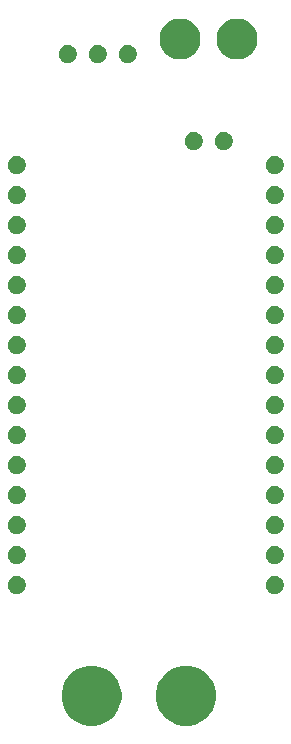
<source format=gbr>
G04 #@! TF.GenerationSoftware,KiCad,Pcbnew,(5.0.0)*
G04 #@! TF.CreationDate,2018-12-19T08:47:06-06:00*
G04 #@! TF.ProjectId,VoltageTransmitter_Hardware,566F6C746167655472616E736D697474,rev?*
G04 #@! TF.SameCoordinates,Original*
G04 #@! TF.FileFunction,Soldermask,Top*
G04 #@! TF.FilePolarity,Negative*
%FSLAX46Y46*%
G04 Gerber Fmt 4.6, Leading zero omitted, Abs format (unit mm)*
G04 Created by KiCad (PCBNEW (5.0.0)) date 12/19/18 08:47:06*
%MOMM*%
%LPD*%
G01*
G04 APERTURE LIST*
%ADD10C,0.100000*%
G04 APERTURE END LIST*
D10*
G36*
X136248890Y-106244210D02*
X136711140Y-106435680D01*
X137127159Y-106713655D01*
X137480945Y-107067441D01*
X137758920Y-107483460D01*
X137950390Y-107945710D01*
X138048000Y-108436430D01*
X138048000Y-108936770D01*
X137950390Y-109427490D01*
X137758920Y-109889740D01*
X137480945Y-110305759D01*
X137127159Y-110659545D01*
X136711140Y-110937520D01*
X136248890Y-111128990D01*
X135758170Y-111226600D01*
X135257830Y-111226600D01*
X134767110Y-111128990D01*
X134304860Y-110937520D01*
X133888841Y-110659545D01*
X133535055Y-110305759D01*
X133257080Y-109889740D01*
X133065610Y-109427490D01*
X132968000Y-108936770D01*
X132968000Y-108436430D01*
X133065610Y-107945710D01*
X133257080Y-107483460D01*
X133535055Y-107067441D01*
X133888841Y-106713655D01*
X134304860Y-106435680D01*
X134767110Y-106244210D01*
X135257830Y-106146600D01*
X135758170Y-106146600D01*
X136248890Y-106244210D01*
X136248890Y-106244210D01*
G37*
G36*
X128247890Y-106244210D02*
X128710140Y-106435680D01*
X129126159Y-106713655D01*
X129479945Y-107067441D01*
X129757920Y-107483460D01*
X129949390Y-107945710D01*
X130047000Y-108436430D01*
X130047000Y-108936770D01*
X129949390Y-109427490D01*
X129757920Y-109889740D01*
X129479945Y-110305759D01*
X129126159Y-110659545D01*
X128710140Y-110937520D01*
X128247890Y-111128990D01*
X127757170Y-111226600D01*
X127256830Y-111226600D01*
X126766110Y-111128990D01*
X126303860Y-110937520D01*
X125887841Y-110659545D01*
X125534055Y-110305759D01*
X125256080Y-109889740D01*
X125064610Y-109427490D01*
X124967000Y-108936770D01*
X124967000Y-108436430D01*
X125064610Y-107945710D01*
X125256080Y-107483460D01*
X125534055Y-107067441D01*
X125887841Y-106713655D01*
X126303860Y-106435680D01*
X126766110Y-106244210D01*
X127256830Y-106146600D01*
X127757170Y-106146600D01*
X128247890Y-106244210D01*
X128247890Y-106244210D01*
G37*
G36*
X121331195Y-98571522D02*
X121380267Y-98581283D01*
X121518942Y-98638724D01*
X121643750Y-98722118D01*
X121749882Y-98828250D01*
X121833276Y-98953058D01*
X121890717Y-99091734D01*
X121920000Y-99238948D01*
X121920000Y-99389052D01*
X121890717Y-99536266D01*
X121833276Y-99674942D01*
X121749882Y-99799750D01*
X121643750Y-99905882D01*
X121643747Y-99905884D01*
X121518942Y-99989276D01*
X121380267Y-100046717D01*
X121331195Y-100056478D01*
X121233052Y-100076000D01*
X121082948Y-100076000D01*
X120984805Y-100056478D01*
X120935733Y-100046717D01*
X120797058Y-99989276D01*
X120672253Y-99905884D01*
X120672250Y-99905882D01*
X120566118Y-99799750D01*
X120482724Y-99674942D01*
X120425283Y-99536266D01*
X120396000Y-99389052D01*
X120396000Y-99238948D01*
X120425283Y-99091734D01*
X120482724Y-98953058D01*
X120566118Y-98828250D01*
X120672250Y-98722118D01*
X120797058Y-98638724D01*
X120935733Y-98581283D01*
X120984805Y-98571522D01*
X121082948Y-98552000D01*
X121233052Y-98552000D01*
X121331195Y-98571522D01*
X121331195Y-98571522D01*
G37*
G36*
X143175195Y-98571522D02*
X143224267Y-98581283D01*
X143362942Y-98638724D01*
X143487750Y-98722118D01*
X143593882Y-98828250D01*
X143677276Y-98953058D01*
X143734717Y-99091734D01*
X143764000Y-99238948D01*
X143764000Y-99389052D01*
X143734717Y-99536266D01*
X143677276Y-99674942D01*
X143593882Y-99799750D01*
X143487750Y-99905882D01*
X143487747Y-99905884D01*
X143362942Y-99989276D01*
X143224267Y-100046717D01*
X143175195Y-100056478D01*
X143077052Y-100076000D01*
X142926948Y-100076000D01*
X142828805Y-100056478D01*
X142779733Y-100046717D01*
X142641058Y-99989276D01*
X142516253Y-99905884D01*
X142516250Y-99905882D01*
X142410118Y-99799750D01*
X142326724Y-99674942D01*
X142269283Y-99536266D01*
X142240000Y-99389052D01*
X142240000Y-99238948D01*
X142269283Y-99091734D01*
X142326724Y-98953058D01*
X142410118Y-98828250D01*
X142516250Y-98722118D01*
X142641058Y-98638724D01*
X142779733Y-98581283D01*
X142828805Y-98571522D01*
X142926948Y-98552000D01*
X143077052Y-98552000D01*
X143175195Y-98571522D01*
X143175195Y-98571522D01*
G37*
G36*
X143175195Y-96031522D02*
X143224267Y-96041283D01*
X143362942Y-96098724D01*
X143487750Y-96182118D01*
X143593882Y-96288250D01*
X143677276Y-96413058D01*
X143734717Y-96551734D01*
X143764000Y-96698948D01*
X143764000Y-96849052D01*
X143734717Y-96996266D01*
X143677276Y-97134942D01*
X143593882Y-97259750D01*
X143487750Y-97365882D01*
X143487747Y-97365884D01*
X143362942Y-97449276D01*
X143224267Y-97506717D01*
X143175195Y-97516478D01*
X143077052Y-97536000D01*
X142926948Y-97536000D01*
X142828805Y-97516478D01*
X142779733Y-97506717D01*
X142641058Y-97449276D01*
X142516253Y-97365884D01*
X142516250Y-97365882D01*
X142410118Y-97259750D01*
X142326724Y-97134942D01*
X142269283Y-96996266D01*
X142240000Y-96849052D01*
X142240000Y-96698948D01*
X142269283Y-96551734D01*
X142326724Y-96413058D01*
X142410118Y-96288250D01*
X142516250Y-96182118D01*
X142641058Y-96098724D01*
X142779733Y-96041283D01*
X142828805Y-96031522D01*
X142926948Y-96012000D01*
X143077052Y-96012000D01*
X143175195Y-96031522D01*
X143175195Y-96031522D01*
G37*
G36*
X121331195Y-96031522D02*
X121380267Y-96041283D01*
X121518942Y-96098724D01*
X121643750Y-96182118D01*
X121749882Y-96288250D01*
X121833276Y-96413058D01*
X121890717Y-96551734D01*
X121920000Y-96698948D01*
X121920000Y-96849052D01*
X121890717Y-96996266D01*
X121833276Y-97134942D01*
X121749882Y-97259750D01*
X121643750Y-97365882D01*
X121643747Y-97365884D01*
X121518942Y-97449276D01*
X121380267Y-97506717D01*
X121331195Y-97516478D01*
X121233052Y-97536000D01*
X121082948Y-97536000D01*
X120984805Y-97516478D01*
X120935733Y-97506717D01*
X120797058Y-97449276D01*
X120672253Y-97365884D01*
X120672250Y-97365882D01*
X120566118Y-97259750D01*
X120482724Y-97134942D01*
X120425283Y-96996266D01*
X120396000Y-96849052D01*
X120396000Y-96698948D01*
X120425283Y-96551734D01*
X120482724Y-96413058D01*
X120566118Y-96288250D01*
X120672250Y-96182118D01*
X120797058Y-96098724D01*
X120935733Y-96041283D01*
X120984805Y-96031522D01*
X121082948Y-96012000D01*
X121233052Y-96012000D01*
X121331195Y-96031522D01*
X121331195Y-96031522D01*
G37*
G36*
X121331195Y-93491522D02*
X121380267Y-93501283D01*
X121518942Y-93558724D01*
X121643750Y-93642118D01*
X121749882Y-93748250D01*
X121833276Y-93873058D01*
X121890717Y-94011734D01*
X121920000Y-94158948D01*
X121920000Y-94309052D01*
X121890717Y-94456266D01*
X121833276Y-94594942D01*
X121749882Y-94719750D01*
X121643750Y-94825882D01*
X121643747Y-94825884D01*
X121518942Y-94909276D01*
X121380267Y-94966717D01*
X121331195Y-94976478D01*
X121233052Y-94996000D01*
X121082948Y-94996000D01*
X120984805Y-94976478D01*
X120935733Y-94966717D01*
X120797058Y-94909276D01*
X120672253Y-94825884D01*
X120672250Y-94825882D01*
X120566118Y-94719750D01*
X120482724Y-94594942D01*
X120425283Y-94456266D01*
X120396000Y-94309052D01*
X120396000Y-94158948D01*
X120425283Y-94011734D01*
X120482724Y-93873058D01*
X120566118Y-93748250D01*
X120672250Y-93642118D01*
X120797058Y-93558724D01*
X120935733Y-93501283D01*
X120984805Y-93491522D01*
X121082948Y-93472000D01*
X121233052Y-93472000D01*
X121331195Y-93491522D01*
X121331195Y-93491522D01*
G37*
G36*
X143175195Y-93491522D02*
X143224267Y-93501283D01*
X143362942Y-93558724D01*
X143487750Y-93642118D01*
X143593882Y-93748250D01*
X143677276Y-93873058D01*
X143734717Y-94011734D01*
X143764000Y-94158948D01*
X143764000Y-94309052D01*
X143734717Y-94456266D01*
X143677276Y-94594942D01*
X143593882Y-94719750D01*
X143487750Y-94825882D01*
X143487747Y-94825884D01*
X143362942Y-94909276D01*
X143224267Y-94966717D01*
X143175195Y-94976478D01*
X143077052Y-94996000D01*
X142926948Y-94996000D01*
X142828805Y-94976478D01*
X142779733Y-94966717D01*
X142641058Y-94909276D01*
X142516253Y-94825884D01*
X142516250Y-94825882D01*
X142410118Y-94719750D01*
X142326724Y-94594942D01*
X142269283Y-94456266D01*
X142240000Y-94309052D01*
X142240000Y-94158948D01*
X142269283Y-94011734D01*
X142326724Y-93873058D01*
X142410118Y-93748250D01*
X142516250Y-93642118D01*
X142641058Y-93558724D01*
X142779733Y-93501283D01*
X142828805Y-93491522D01*
X142926948Y-93472000D01*
X143077052Y-93472000D01*
X143175195Y-93491522D01*
X143175195Y-93491522D01*
G37*
G36*
X143175195Y-90951522D02*
X143224267Y-90961283D01*
X143362942Y-91018724D01*
X143487750Y-91102118D01*
X143593882Y-91208250D01*
X143677276Y-91333058D01*
X143734717Y-91471734D01*
X143764000Y-91618948D01*
X143764000Y-91769052D01*
X143734717Y-91916266D01*
X143677276Y-92054942D01*
X143593882Y-92179750D01*
X143487750Y-92285882D01*
X143487747Y-92285884D01*
X143362942Y-92369276D01*
X143224267Y-92426717D01*
X143175195Y-92436478D01*
X143077052Y-92456000D01*
X142926948Y-92456000D01*
X142828805Y-92436478D01*
X142779733Y-92426717D01*
X142641058Y-92369276D01*
X142516253Y-92285884D01*
X142516250Y-92285882D01*
X142410118Y-92179750D01*
X142326724Y-92054942D01*
X142269283Y-91916266D01*
X142240000Y-91769052D01*
X142240000Y-91618948D01*
X142269283Y-91471734D01*
X142326724Y-91333058D01*
X142410118Y-91208250D01*
X142516250Y-91102118D01*
X142641058Y-91018724D01*
X142779733Y-90961283D01*
X142828805Y-90951522D01*
X142926948Y-90932000D01*
X143077052Y-90932000D01*
X143175195Y-90951522D01*
X143175195Y-90951522D01*
G37*
G36*
X121331195Y-90951522D02*
X121380267Y-90961283D01*
X121518942Y-91018724D01*
X121643750Y-91102118D01*
X121749882Y-91208250D01*
X121833276Y-91333058D01*
X121890717Y-91471734D01*
X121920000Y-91618948D01*
X121920000Y-91769052D01*
X121890717Y-91916266D01*
X121833276Y-92054942D01*
X121749882Y-92179750D01*
X121643750Y-92285882D01*
X121643747Y-92285884D01*
X121518942Y-92369276D01*
X121380267Y-92426717D01*
X121331195Y-92436478D01*
X121233052Y-92456000D01*
X121082948Y-92456000D01*
X120984805Y-92436478D01*
X120935733Y-92426717D01*
X120797058Y-92369276D01*
X120672253Y-92285884D01*
X120672250Y-92285882D01*
X120566118Y-92179750D01*
X120482724Y-92054942D01*
X120425283Y-91916266D01*
X120396000Y-91769052D01*
X120396000Y-91618948D01*
X120425283Y-91471734D01*
X120482724Y-91333058D01*
X120566118Y-91208250D01*
X120672250Y-91102118D01*
X120797058Y-91018724D01*
X120935733Y-90961283D01*
X120984805Y-90951522D01*
X121082948Y-90932000D01*
X121233052Y-90932000D01*
X121331195Y-90951522D01*
X121331195Y-90951522D01*
G37*
G36*
X143175195Y-88411522D02*
X143224267Y-88421283D01*
X143362942Y-88478724D01*
X143487750Y-88562118D01*
X143593882Y-88668250D01*
X143677276Y-88793058D01*
X143734717Y-88931734D01*
X143764000Y-89078948D01*
X143764000Y-89229052D01*
X143734717Y-89376266D01*
X143677276Y-89514942D01*
X143593882Y-89639750D01*
X143487750Y-89745882D01*
X143487747Y-89745884D01*
X143362942Y-89829276D01*
X143224267Y-89886717D01*
X143175195Y-89896478D01*
X143077052Y-89916000D01*
X142926948Y-89916000D01*
X142828805Y-89896478D01*
X142779733Y-89886717D01*
X142641058Y-89829276D01*
X142516253Y-89745884D01*
X142516250Y-89745882D01*
X142410118Y-89639750D01*
X142326724Y-89514942D01*
X142269283Y-89376266D01*
X142240000Y-89229052D01*
X142240000Y-89078948D01*
X142269283Y-88931734D01*
X142326724Y-88793058D01*
X142410118Y-88668250D01*
X142516250Y-88562118D01*
X142641058Y-88478724D01*
X142779733Y-88421283D01*
X142828805Y-88411522D01*
X142926948Y-88392000D01*
X143077052Y-88392000D01*
X143175195Y-88411522D01*
X143175195Y-88411522D01*
G37*
G36*
X121331195Y-88411522D02*
X121380267Y-88421283D01*
X121518942Y-88478724D01*
X121643750Y-88562118D01*
X121749882Y-88668250D01*
X121833276Y-88793058D01*
X121890717Y-88931734D01*
X121920000Y-89078948D01*
X121920000Y-89229052D01*
X121890717Y-89376266D01*
X121833276Y-89514942D01*
X121749882Y-89639750D01*
X121643750Y-89745882D01*
X121643747Y-89745884D01*
X121518942Y-89829276D01*
X121380267Y-89886717D01*
X121331195Y-89896478D01*
X121233052Y-89916000D01*
X121082948Y-89916000D01*
X120984805Y-89896478D01*
X120935733Y-89886717D01*
X120797058Y-89829276D01*
X120672253Y-89745884D01*
X120672250Y-89745882D01*
X120566118Y-89639750D01*
X120482724Y-89514942D01*
X120425283Y-89376266D01*
X120396000Y-89229052D01*
X120396000Y-89078948D01*
X120425283Y-88931734D01*
X120482724Y-88793058D01*
X120566118Y-88668250D01*
X120672250Y-88562118D01*
X120797058Y-88478724D01*
X120935733Y-88421283D01*
X120984805Y-88411522D01*
X121082948Y-88392000D01*
X121233052Y-88392000D01*
X121331195Y-88411522D01*
X121331195Y-88411522D01*
G37*
G36*
X121331195Y-85871522D02*
X121380267Y-85881283D01*
X121518942Y-85938724D01*
X121643750Y-86022118D01*
X121749882Y-86128250D01*
X121833276Y-86253058D01*
X121890717Y-86391734D01*
X121920000Y-86538948D01*
X121920000Y-86689052D01*
X121890717Y-86836266D01*
X121833276Y-86974942D01*
X121749882Y-87099750D01*
X121643750Y-87205882D01*
X121643747Y-87205884D01*
X121518942Y-87289276D01*
X121380267Y-87346717D01*
X121331195Y-87356478D01*
X121233052Y-87376000D01*
X121082948Y-87376000D01*
X120984805Y-87356478D01*
X120935733Y-87346717D01*
X120797058Y-87289276D01*
X120672253Y-87205884D01*
X120672250Y-87205882D01*
X120566118Y-87099750D01*
X120482724Y-86974942D01*
X120425283Y-86836266D01*
X120396000Y-86689052D01*
X120396000Y-86538948D01*
X120425283Y-86391734D01*
X120482724Y-86253058D01*
X120566118Y-86128250D01*
X120672250Y-86022118D01*
X120797058Y-85938724D01*
X120935733Y-85881283D01*
X120984805Y-85871522D01*
X121082948Y-85852000D01*
X121233052Y-85852000D01*
X121331195Y-85871522D01*
X121331195Y-85871522D01*
G37*
G36*
X143175195Y-85871522D02*
X143224267Y-85881283D01*
X143362942Y-85938724D01*
X143487750Y-86022118D01*
X143593882Y-86128250D01*
X143677276Y-86253058D01*
X143734717Y-86391734D01*
X143764000Y-86538948D01*
X143764000Y-86689052D01*
X143734717Y-86836266D01*
X143677276Y-86974942D01*
X143593882Y-87099750D01*
X143487750Y-87205882D01*
X143487747Y-87205884D01*
X143362942Y-87289276D01*
X143224267Y-87346717D01*
X143175195Y-87356478D01*
X143077052Y-87376000D01*
X142926948Y-87376000D01*
X142828805Y-87356478D01*
X142779733Y-87346717D01*
X142641058Y-87289276D01*
X142516253Y-87205884D01*
X142516250Y-87205882D01*
X142410118Y-87099750D01*
X142326724Y-86974942D01*
X142269283Y-86836266D01*
X142240000Y-86689052D01*
X142240000Y-86538948D01*
X142269283Y-86391734D01*
X142326724Y-86253058D01*
X142410118Y-86128250D01*
X142516250Y-86022118D01*
X142641058Y-85938724D01*
X142779733Y-85881283D01*
X142828805Y-85871522D01*
X142926948Y-85852000D01*
X143077052Y-85852000D01*
X143175195Y-85871522D01*
X143175195Y-85871522D01*
G37*
G36*
X121331195Y-83331522D02*
X121380267Y-83341283D01*
X121518942Y-83398724D01*
X121643750Y-83482118D01*
X121749882Y-83588250D01*
X121833276Y-83713058D01*
X121890717Y-83851734D01*
X121920000Y-83998948D01*
X121920000Y-84149052D01*
X121890717Y-84296266D01*
X121833276Y-84434942D01*
X121749882Y-84559750D01*
X121643750Y-84665882D01*
X121643747Y-84665884D01*
X121518942Y-84749276D01*
X121380267Y-84806717D01*
X121331195Y-84816478D01*
X121233052Y-84836000D01*
X121082948Y-84836000D01*
X120984805Y-84816478D01*
X120935733Y-84806717D01*
X120797058Y-84749276D01*
X120672253Y-84665884D01*
X120672250Y-84665882D01*
X120566118Y-84559750D01*
X120482724Y-84434942D01*
X120425283Y-84296266D01*
X120396000Y-84149052D01*
X120396000Y-83998948D01*
X120425283Y-83851734D01*
X120482724Y-83713058D01*
X120566118Y-83588250D01*
X120672250Y-83482118D01*
X120797058Y-83398724D01*
X120935733Y-83341283D01*
X120984805Y-83331522D01*
X121082948Y-83312000D01*
X121233052Y-83312000D01*
X121331195Y-83331522D01*
X121331195Y-83331522D01*
G37*
G36*
X143175195Y-83331522D02*
X143224267Y-83341283D01*
X143362942Y-83398724D01*
X143487750Y-83482118D01*
X143593882Y-83588250D01*
X143677276Y-83713058D01*
X143734717Y-83851734D01*
X143764000Y-83998948D01*
X143764000Y-84149052D01*
X143734717Y-84296266D01*
X143677276Y-84434942D01*
X143593882Y-84559750D01*
X143487750Y-84665882D01*
X143487747Y-84665884D01*
X143362942Y-84749276D01*
X143224267Y-84806717D01*
X143175195Y-84816478D01*
X143077052Y-84836000D01*
X142926948Y-84836000D01*
X142828805Y-84816478D01*
X142779733Y-84806717D01*
X142641058Y-84749276D01*
X142516253Y-84665884D01*
X142516250Y-84665882D01*
X142410118Y-84559750D01*
X142326724Y-84434942D01*
X142269283Y-84296266D01*
X142240000Y-84149052D01*
X142240000Y-83998948D01*
X142269283Y-83851734D01*
X142326724Y-83713058D01*
X142410118Y-83588250D01*
X142516250Y-83482118D01*
X142641058Y-83398724D01*
X142779733Y-83341283D01*
X142828805Y-83331522D01*
X142926948Y-83312000D01*
X143077052Y-83312000D01*
X143175195Y-83331522D01*
X143175195Y-83331522D01*
G37*
G36*
X121331195Y-80791522D02*
X121380267Y-80801283D01*
X121518942Y-80858724D01*
X121643750Y-80942118D01*
X121749882Y-81048250D01*
X121833276Y-81173058D01*
X121890717Y-81311734D01*
X121920000Y-81458948D01*
X121920000Y-81609052D01*
X121890717Y-81756266D01*
X121833276Y-81894942D01*
X121749882Y-82019750D01*
X121643750Y-82125882D01*
X121643747Y-82125884D01*
X121518942Y-82209276D01*
X121380267Y-82266717D01*
X121331195Y-82276478D01*
X121233052Y-82296000D01*
X121082948Y-82296000D01*
X120984805Y-82276478D01*
X120935733Y-82266717D01*
X120797058Y-82209276D01*
X120672253Y-82125884D01*
X120672250Y-82125882D01*
X120566118Y-82019750D01*
X120482724Y-81894942D01*
X120425283Y-81756266D01*
X120396000Y-81609052D01*
X120396000Y-81458948D01*
X120425283Y-81311734D01*
X120482724Y-81173058D01*
X120566118Y-81048250D01*
X120672250Y-80942118D01*
X120797058Y-80858724D01*
X120935733Y-80801283D01*
X120984805Y-80791522D01*
X121082948Y-80772000D01*
X121233052Y-80772000D01*
X121331195Y-80791522D01*
X121331195Y-80791522D01*
G37*
G36*
X143175195Y-80791522D02*
X143224267Y-80801283D01*
X143362942Y-80858724D01*
X143487750Y-80942118D01*
X143593882Y-81048250D01*
X143677276Y-81173058D01*
X143734717Y-81311734D01*
X143764000Y-81458948D01*
X143764000Y-81609052D01*
X143734717Y-81756266D01*
X143677276Y-81894942D01*
X143593882Y-82019750D01*
X143487750Y-82125882D01*
X143487747Y-82125884D01*
X143362942Y-82209276D01*
X143224267Y-82266717D01*
X143175195Y-82276478D01*
X143077052Y-82296000D01*
X142926948Y-82296000D01*
X142828805Y-82276478D01*
X142779733Y-82266717D01*
X142641058Y-82209276D01*
X142516253Y-82125884D01*
X142516250Y-82125882D01*
X142410118Y-82019750D01*
X142326724Y-81894942D01*
X142269283Y-81756266D01*
X142240000Y-81609052D01*
X142240000Y-81458948D01*
X142269283Y-81311734D01*
X142326724Y-81173058D01*
X142410118Y-81048250D01*
X142516250Y-80942118D01*
X142641058Y-80858724D01*
X142779733Y-80801283D01*
X142828805Y-80791522D01*
X142926948Y-80772000D01*
X143077052Y-80772000D01*
X143175195Y-80791522D01*
X143175195Y-80791522D01*
G37*
G36*
X143175195Y-78251522D02*
X143224267Y-78261283D01*
X143362942Y-78318724D01*
X143487750Y-78402118D01*
X143593882Y-78508250D01*
X143677276Y-78633058D01*
X143734717Y-78771734D01*
X143764000Y-78918948D01*
X143764000Y-79069052D01*
X143734717Y-79216266D01*
X143677276Y-79354942D01*
X143593882Y-79479750D01*
X143487750Y-79585882D01*
X143487747Y-79585884D01*
X143362942Y-79669276D01*
X143224267Y-79726717D01*
X143175195Y-79736478D01*
X143077052Y-79756000D01*
X142926948Y-79756000D01*
X142828805Y-79736478D01*
X142779733Y-79726717D01*
X142641058Y-79669276D01*
X142516253Y-79585884D01*
X142516250Y-79585882D01*
X142410118Y-79479750D01*
X142326724Y-79354942D01*
X142269283Y-79216266D01*
X142240000Y-79069052D01*
X142240000Y-78918948D01*
X142269283Y-78771734D01*
X142326724Y-78633058D01*
X142410118Y-78508250D01*
X142516250Y-78402118D01*
X142641058Y-78318724D01*
X142779733Y-78261283D01*
X142828805Y-78251522D01*
X142926948Y-78232000D01*
X143077052Y-78232000D01*
X143175195Y-78251522D01*
X143175195Y-78251522D01*
G37*
G36*
X121331195Y-78251522D02*
X121380267Y-78261283D01*
X121518942Y-78318724D01*
X121643750Y-78402118D01*
X121749882Y-78508250D01*
X121833276Y-78633058D01*
X121890717Y-78771734D01*
X121920000Y-78918948D01*
X121920000Y-79069052D01*
X121890717Y-79216266D01*
X121833276Y-79354942D01*
X121749882Y-79479750D01*
X121643750Y-79585882D01*
X121643747Y-79585884D01*
X121518942Y-79669276D01*
X121380267Y-79726717D01*
X121331195Y-79736478D01*
X121233052Y-79756000D01*
X121082948Y-79756000D01*
X120984805Y-79736478D01*
X120935733Y-79726717D01*
X120797058Y-79669276D01*
X120672253Y-79585884D01*
X120672250Y-79585882D01*
X120566118Y-79479750D01*
X120482724Y-79354942D01*
X120425283Y-79216266D01*
X120396000Y-79069052D01*
X120396000Y-78918948D01*
X120425283Y-78771734D01*
X120482724Y-78633058D01*
X120566118Y-78508250D01*
X120672250Y-78402118D01*
X120797058Y-78318724D01*
X120935733Y-78261283D01*
X120984805Y-78251522D01*
X121082948Y-78232000D01*
X121233052Y-78232000D01*
X121331195Y-78251522D01*
X121331195Y-78251522D01*
G37*
G36*
X121331195Y-75711522D02*
X121380267Y-75721283D01*
X121518942Y-75778724D01*
X121643750Y-75862118D01*
X121749882Y-75968250D01*
X121833276Y-76093058D01*
X121890717Y-76231734D01*
X121920000Y-76378948D01*
X121920000Y-76529052D01*
X121890717Y-76676266D01*
X121833276Y-76814942D01*
X121749882Y-76939750D01*
X121643750Y-77045882D01*
X121643747Y-77045884D01*
X121518942Y-77129276D01*
X121380267Y-77186717D01*
X121331195Y-77196478D01*
X121233052Y-77216000D01*
X121082948Y-77216000D01*
X120984805Y-77196478D01*
X120935733Y-77186717D01*
X120797058Y-77129276D01*
X120672253Y-77045884D01*
X120672250Y-77045882D01*
X120566118Y-76939750D01*
X120482724Y-76814942D01*
X120425283Y-76676266D01*
X120396000Y-76529052D01*
X120396000Y-76378948D01*
X120425283Y-76231734D01*
X120482724Y-76093058D01*
X120566118Y-75968250D01*
X120672250Y-75862118D01*
X120797058Y-75778724D01*
X120935733Y-75721283D01*
X120984805Y-75711522D01*
X121082948Y-75692000D01*
X121233052Y-75692000D01*
X121331195Y-75711522D01*
X121331195Y-75711522D01*
G37*
G36*
X143175195Y-75711522D02*
X143224267Y-75721283D01*
X143362942Y-75778724D01*
X143487750Y-75862118D01*
X143593882Y-75968250D01*
X143677276Y-76093058D01*
X143734717Y-76231734D01*
X143764000Y-76378948D01*
X143764000Y-76529052D01*
X143734717Y-76676266D01*
X143677276Y-76814942D01*
X143593882Y-76939750D01*
X143487750Y-77045882D01*
X143487747Y-77045884D01*
X143362942Y-77129276D01*
X143224267Y-77186717D01*
X143175195Y-77196478D01*
X143077052Y-77216000D01*
X142926948Y-77216000D01*
X142828805Y-77196478D01*
X142779733Y-77186717D01*
X142641058Y-77129276D01*
X142516253Y-77045884D01*
X142516250Y-77045882D01*
X142410118Y-76939750D01*
X142326724Y-76814942D01*
X142269283Y-76676266D01*
X142240000Y-76529052D01*
X142240000Y-76378948D01*
X142269283Y-76231734D01*
X142326724Y-76093058D01*
X142410118Y-75968250D01*
X142516250Y-75862118D01*
X142641058Y-75778724D01*
X142779733Y-75721283D01*
X142828805Y-75711522D01*
X142926948Y-75692000D01*
X143077052Y-75692000D01*
X143175195Y-75711522D01*
X143175195Y-75711522D01*
G37*
G36*
X143175195Y-73171522D02*
X143224267Y-73181283D01*
X143362942Y-73238724D01*
X143487750Y-73322118D01*
X143593882Y-73428250D01*
X143677276Y-73553058D01*
X143734717Y-73691734D01*
X143764000Y-73838948D01*
X143764000Y-73989052D01*
X143734717Y-74136266D01*
X143677276Y-74274942D01*
X143593882Y-74399750D01*
X143487750Y-74505882D01*
X143487747Y-74505884D01*
X143362942Y-74589276D01*
X143224267Y-74646717D01*
X143175195Y-74656478D01*
X143077052Y-74676000D01*
X142926948Y-74676000D01*
X142828805Y-74656478D01*
X142779733Y-74646717D01*
X142641058Y-74589276D01*
X142516253Y-74505884D01*
X142516250Y-74505882D01*
X142410118Y-74399750D01*
X142326724Y-74274942D01*
X142269283Y-74136266D01*
X142240000Y-73989052D01*
X142240000Y-73838948D01*
X142269283Y-73691734D01*
X142326724Y-73553058D01*
X142410118Y-73428250D01*
X142516250Y-73322118D01*
X142641058Y-73238724D01*
X142779733Y-73181283D01*
X142828805Y-73171522D01*
X142926948Y-73152000D01*
X143077052Y-73152000D01*
X143175195Y-73171522D01*
X143175195Y-73171522D01*
G37*
G36*
X121331195Y-73171522D02*
X121380267Y-73181283D01*
X121518942Y-73238724D01*
X121643750Y-73322118D01*
X121749882Y-73428250D01*
X121833276Y-73553058D01*
X121890717Y-73691734D01*
X121920000Y-73838948D01*
X121920000Y-73989052D01*
X121890717Y-74136266D01*
X121833276Y-74274942D01*
X121749882Y-74399750D01*
X121643750Y-74505882D01*
X121643747Y-74505884D01*
X121518942Y-74589276D01*
X121380267Y-74646717D01*
X121331195Y-74656478D01*
X121233052Y-74676000D01*
X121082948Y-74676000D01*
X120984805Y-74656478D01*
X120935733Y-74646717D01*
X120797058Y-74589276D01*
X120672253Y-74505884D01*
X120672250Y-74505882D01*
X120566118Y-74399750D01*
X120482724Y-74274942D01*
X120425283Y-74136266D01*
X120396000Y-73989052D01*
X120396000Y-73838948D01*
X120425283Y-73691734D01*
X120482724Y-73553058D01*
X120566118Y-73428250D01*
X120672250Y-73322118D01*
X120797058Y-73238724D01*
X120935733Y-73181283D01*
X120984805Y-73171522D01*
X121082948Y-73152000D01*
X121233052Y-73152000D01*
X121331195Y-73171522D01*
X121331195Y-73171522D01*
G37*
G36*
X143175195Y-70631522D02*
X143224267Y-70641283D01*
X143362942Y-70698724D01*
X143487750Y-70782118D01*
X143593882Y-70888250D01*
X143677276Y-71013058D01*
X143734717Y-71151734D01*
X143764000Y-71298948D01*
X143764000Y-71449052D01*
X143734717Y-71596266D01*
X143677276Y-71734942D01*
X143593882Y-71859750D01*
X143487750Y-71965882D01*
X143487747Y-71965884D01*
X143362942Y-72049276D01*
X143224267Y-72106717D01*
X143175195Y-72116478D01*
X143077052Y-72136000D01*
X142926948Y-72136000D01*
X142828805Y-72116478D01*
X142779733Y-72106717D01*
X142641058Y-72049276D01*
X142516253Y-71965884D01*
X142516250Y-71965882D01*
X142410118Y-71859750D01*
X142326724Y-71734942D01*
X142269283Y-71596266D01*
X142240000Y-71449052D01*
X142240000Y-71298948D01*
X142269283Y-71151734D01*
X142326724Y-71013058D01*
X142410118Y-70888250D01*
X142516250Y-70782118D01*
X142641058Y-70698724D01*
X142779733Y-70641283D01*
X142828805Y-70631522D01*
X142926948Y-70612000D01*
X143077052Y-70612000D01*
X143175195Y-70631522D01*
X143175195Y-70631522D01*
G37*
G36*
X121331195Y-70631522D02*
X121380267Y-70641283D01*
X121518942Y-70698724D01*
X121643750Y-70782118D01*
X121749882Y-70888250D01*
X121833276Y-71013058D01*
X121890717Y-71151734D01*
X121920000Y-71298948D01*
X121920000Y-71449052D01*
X121890717Y-71596266D01*
X121833276Y-71734942D01*
X121749882Y-71859750D01*
X121643750Y-71965882D01*
X121643747Y-71965884D01*
X121518942Y-72049276D01*
X121380267Y-72106717D01*
X121331195Y-72116478D01*
X121233052Y-72136000D01*
X121082948Y-72136000D01*
X120984805Y-72116478D01*
X120935733Y-72106717D01*
X120797058Y-72049276D01*
X120672253Y-71965884D01*
X120672250Y-71965882D01*
X120566118Y-71859750D01*
X120482724Y-71734942D01*
X120425283Y-71596266D01*
X120396000Y-71449052D01*
X120396000Y-71298948D01*
X120425283Y-71151734D01*
X120482724Y-71013058D01*
X120566118Y-70888250D01*
X120672250Y-70782118D01*
X120797058Y-70698724D01*
X120935733Y-70641283D01*
X120984805Y-70631522D01*
X121082948Y-70612000D01*
X121233052Y-70612000D01*
X121331195Y-70631522D01*
X121331195Y-70631522D01*
G37*
G36*
X121331195Y-68091522D02*
X121380267Y-68101283D01*
X121518942Y-68158724D01*
X121643750Y-68242118D01*
X121749882Y-68348250D01*
X121833276Y-68473058D01*
X121890717Y-68611734D01*
X121920000Y-68758948D01*
X121920000Y-68909052D01*
X121890717Y-69056266D01*
X121833276Y-69194942D01*
X121749882Y-69319750D01*
X121643750Y-69425882D01*
X121643747Y-69425884D01*
X121518942Y-69509276D01*
X121380267Y-69566717D01*
X121331195Y-69576478D01*
X121233052Y-69596000D01*
X121082948Y-69596000D01*
X120984805Y-69576478D01*
X120935733Y-69566717D01*
X120797058Y-69509276D01*
X120672253Y-69425884D01*
X120672250Y-69425882D01*
X120566118Y-69319750D01*
X120482724Y-69194942D01*
X120425283Y-69056266D01*
X120396000Y-68909052D01*
X120396000Y-68758948D01*
X120425283Y-68611734D01*
X120482724Y-68473058D01*
X120566118Y-68348250D01*
X120672250Y-68242118D01*
X120797058Y-68158724D01*
X120935733Y-68101283D01*
X120984805Y-68091522D01*
X121082948Y-68072000D01*
X121233052Y-68072000D01*
X121331195Y-68091522D01*
X121331195Y-68091522D01*
G37*
G36*
X143175195Y-68091522D02*
X143224267Y-68101283D01*
X143362942Y-68158724D01*
X143487750Y-68242118D01*
X143593882Y-68348250D01*
X143677276Y-68473058D01*
X143734717Y-68611734D01*
X143764000Y-68758948D01*
X143764000Y-68909052D01*
X143734717Y-69056266D01*
X143677276Y-69194942D01*
X143593882Y-69319750D01*
X143487750Y-69425882D01*
X143487747Y-69425884D01*
X143362942Y-69509276D01*
X143224267Y-69566717D01*
X143175195Y-69576478D01*
X143077052Y-69596000D01*
X142926948Y-69596000D01*
X142828805Y-69576478D01*
X142779733Y-69566717D01*
X142641058Y-69509276D01*
X142516253Y-69425884D01*
X142516250Y-69425882D01*
X142410118Y-69319750D01*
X142326724Y-69194942D01*
X142269283Y-69056266D01*
X142240000Y-68909052D01*
X142240000Y-68758948D01*
X142269283Y-68611734D01*
X142326724Y-68473058D01*
X142410118Y-68348250D01*
X142516250Y-68242118D01*
X142641058Y-68158724D01*
X142779733Y-68101283D01*
X142828805Y-68091522D01*
X142926948Y-68072000D01*
X143077052Y-68072000D01*
X143175195Y-68091522D01*
X143175195Y-68091522D01*
G37*
G36*
X143175195Y-65551522D02*
X143224267Y-65561283D01*
X143362942Y-65618724D01*
X143487750Y-65702118D01*
X143593882Y-65808250D01*
X143677276Y-65933058D01*
X143734717Y-66071734D01*
X143764000Y-66218948D01*
X143764000Y-66369052D01*
X143734717Y-66516266D01*
X143677276Y-66654942D01*
X143593882Y-66779750D01*
X143487750Y-66885882D01*
X143487747Y-66885884D01*
X143362942Y-66969276D01*
X143224267Y-67026717D01*
X143175195Y-67036478D01*
X143077052Y-67056000D01*
X142926948Y-67056000D01*
X142828805Y-67036478D01*
X142779733Y-67026717D01*
X142641058Y-66969276D01*
X142516253Y-66885884D01*
X142516250Y-66885882D01*
X142410118Y-66779750D01*
X142326724Y-66654942D01*
X142269283Y-66516266D01*
X142240000Y-66369052D01*
X142240000Y-66218948D01*
X142269283Y-66071734D01*
X142326724Y-65933058D01*
X142410118Y-65808250D01*
X142516250Y-65702118D01*
X142641058Y-65618724D01*
X142779733Y-65561283D01*
X142828805Y-65551522D01*
X142926948Y-65532000D01*
X143077052Y-65532000D01*
X143175195Y-65551522D01*
X143175195Y-65551522D01*
G37*
G36*
X121331195Y-65551522D02*
X121380267Y-65561283D01*
X121518942Y-65618724D01*
X121643750Y-65702118D01*
X121749882Y-65808250D01*
X121833276Y-65933058D01*
X121890717Y-66071734D01*
X121920000Y-66218948D01*
X121920000Y-66369052D01*
X121890717Y-66516266D01*
X121833276Y-66654942D01*
X121749882Y-66779750D01*
X121643750Y-66885882D01*
X121643747Y-66885884D01*
X121518942Y-66969276D01*
X121380267Y-67026717D01*
X121331195Y-67036478D01*
X121233052Y-67056000D01*
X121082948Y-67056000D01*
X120984805Y-67036478D01*
X120935733Y-67026717D01*
X120797058Y-66969276D01*
X120672253Y-66885884D01*
X120672250Y-66885882D01*
X120566118Y-66779750D01*
X120482724Y-66654942D01*
X120425283Y-66516266D01*
X120396000Y-66369052D01*
X120396000Y-66218948D01*
X120425283Y-66071734D01*
X120482724Y-65933058D01*
X120566118Y-65808250D01*
X120672250Y-65702118D01*
X120797058Y-65618724D01*
X120935733Y-65561283D01*
X120984805Y-65551522D01*
X121082948Y-65532000D01*
X121233052Y-65532000D01*
X121331195Y-65551522D01*
X121331195Y-65551522D01*
G37*
G36*
X121331195Y-63011522D02*
X121380267Y-63021283D01*
X121518942Y-63078724D01*
X121643750Y-63162118D01*
X121749882Y-63268250D01*
X121833276Y-63393058D01*
X121890717Y-63531734D01*
X121920000Y-63678948D01*
X121920000Y-63829052D01*
X121890717Y-63976266D01*
X121833276Y-64114942D01*
X121749882Y-64239750D01*
X121643750Y-64345882D01*
X121643747Y-64345884D01*
X121518942Y-64429276D01*
X121380267Y-64486717D01*
X121331195Y-64496478D01*
X121233052Y-64516000D01*
X121082948Y-64516000D01*
X120984805Y-64496478D01*
X120935733Y-64486717D01*
X120797058Y-64429276D01*
X120672253Y-64345884D01*
X120672250Y-64345882D01*
X120566118Y-64239750D01*
X120482724Y-64114942D01*
X120425283Y-63976266D01*
X120396000Y-63829052D01*
X120396000Y-63678948D01*
X120425283Y-63531734D01*
X120482724Y-63393058D01*
X120566118Y-63268250D01*
X120672250Y-63162118D01*
X120797058Y-63078724D01*
X120935733Y-63021283D01*
X120984805Y-63011522D01*
X121082948Y-62992000D01*
X121233052Y-62992000D01*
X121331195Y-63011522D01*
X121331195Y-63011522D01*
G37*
G36*
X143175195Y-63011522D02*
X143224267Y-63021283D01*
X143362942Y-63078724D01*
X143487750Y-63162118D01*
X143593882Y-63268250D01*
X143677276Y-63393058D01*
X143734717Y-63531734D01*
X143764000Y-63678948D01*
X143764000Y-63829052D01*
X143734717Y-63976266D01*
X143677276Y-64114942D01*
X143593882Y-64239750D01*
X143487750Y-64345882D01*
X143487747Y-64345884D01*
X143362942Y-64429276D01*
X143224267Y-64486717D01*
X143175195Y-64496478D01*
X143077052Y-64516000D01*
X142926948Y-64516000D01*
X142828805Y-64496478D01*
X142779733Y-64486717D01*
X142641058Y-64429276D01*
X142516253Y-64345884D01*
X142516250Y-64345882D01*
X142410118Y-64239750D01*
X142326724Y-64114942D01*
X142269283Y-63976266D01*
X142240000Y-63829052D01*
X142240000Y-63678948D01*
X142269283Y-63531734D01*
X142326724Y-63393058D01*
X142410118Y-63268250D01*
X142516250Y-63162118D01*
X142641058Y-63078724D01*
X142779733Y-63021283D01*
X142828805Y-63011522D01*
X142926948Y-62992000D01*
X143077052Y-62992000D01*
X143175195Y-63011522D01*
X143175195Y-63011522D01*
G37*
G36*
X138857195Y-60979522D02*
X138906267Y-60989283D01*
X139044942Y-61046724D01*
X139169750Y-61130118D01*
X139275882Y-61236250D01*
X139359276Y-61361058D01*
X139416717Y-61499734D01*
X139446000Y-61646948D01*
X139446000Y-61797052D01*
X139416717Y-61944266D01*
X139359276Y-62082942D01*
X139275882Y-62207750D01*
X139169750Y-62313882D01*
X139169747Y-62313884D01*
X139044942Y-62397276D01*
X138906267Y-62454717D01*
X138857195Y-62464478D01*
X138759052Y-62484000D01*
X138608948Y-62484000D01*
X138510805Y-62464478D01*
X138461733Y-62454717D01*
X138323058Y-62397276D01*
X138198253Y-62313884D01*
X138198250Y-62313882D01*
X138092118Y-62207750D01*
X138008724Y-62082942D01*
X137951283Y-61944266D01*
X137922000Y-61797052D01*
X137922000Y-61646948D01*
X137951283Y-61499734D01*
X138008724Y-61361058D01*
X138092118Y-61236250D01*
X138198250Y-61130118D01*
X138323058Y-61046724D01*
X138461733Y-60989283D01*
X138510805Y-60979522D01*
X138608948Y-60960000D01*
X138759052Y-60960000D01*
X138857195Y-60979522D01*
X138857195Y-60979522D01*
G37*
G36*
X136317195Y-60979522D02*
X136366267Y-60989283D01*
X136504942Y-61046724D01*
X136629750Y-61130118D01*
X136735882Y-61236250D01*
X136819276Y-61361058D01*
X136876717Y-61499734D01*
X136906000Y-61646948D01*
X136906000Y-61797052D01*
X136876717Y-61944266D01*
X136819276Y-62082942D01*
X136735882Y-62207750D01*
X136629750Y-62313882D01*
X136629747Y-62313884D01*
X136504942Y-62397276D01*
X136366267Y-62454717D01*
X136317195Y-62464478D01*
X136219052Y-62484000D01*
X136068948Y-62484000D01*
X135970805Y-62464478D01*
X135921733Y-62454717D01*
X135783058Y-62397276D01*
X135658253Y-62313884D01*
X135658250Y-62313882D01*
X135552118Y-62207750D01*
X135468724Y-62082942D01*
X135411283Y-61944266D01*
X135382000Y-61797052D01*
X135382000Y-61646948D01*
X135411283Y-61499734D01*
X135468724Y-61361058D01*
X135552118Y-61236250D01*
X135658250Y-61130118D01*
X135783058Y-61046724D01*
X135921733Y-60989283D01*
X135970805Y-60979522D01*
X136068948Y-60960000D01*
X136219052Y-60960000D01*
X136317195Y-60979522D01*
X136317195Y-60979522D01*
G37*
G36*
X125649195Y-53613522D02*
X125698267Y-53623283D01*
X125836942Y-53680724D01*
X125961750Y-53764118D01*
X126067882Y-53870250D01*
X126067884Y-53870253D01*
X126151276Y-53995058D01*
X126208717Y-54133733D01*
X126238000Y-54280950D01*
X126238000Y-54431050D01*
X126208717Y-54578267D01*
X126193636Y-54614676D01*
X126151276Y-54716942D01*
X126067882Y-54841750D01*
X125961750Y-54947882D01*
X125961747Y-54947884D01*
X125836942Y-55031276D01*
X125698267Y-55088717D01*
X125649195Y-55098478D01*
X125551052Y-55118000D01*
X125400948Y-55118000D01*
X125302805Y-55098478D01*
X125253733Y-55088717D01*
X125115058Y-55031276D01*
X124990253Y-54947884D01*
X124990250Y-54947882D01*
X124884118Y-54841750D01*
X124800724Y-54716942D01*
X124758364Y-54614676D01*
X124743283Y-54578267D01*
X124714000Y-54431050D01*
X124714000Y-54280950D01*
X124743283Y-54133733D01*
X124800724Y-53995058D01*
X124884116Y-53870253D01*
X124884118Y-53870250D01*
X124990250Y-53764118D01*
X125115058Y-53680724D01*
X125253733Y-53623283D01*
X125302805Y-53613522D01*
X125400948Y-53594000D01*
X125551052Y-53594000D01*
X125649195Y-53613522D01*
X125649195Y-53613522D01*
G37*
G36*
X130729195Y-53613522D02*
X130778267Y-53623283D01*
X130916942Y-53680724D01*
X131041750Y-53764118D01*
X131147882Y-53870250D01*
X131147884Y-53870253D01*
X131231276Y-53995058D01*
X131288717Y-54133733D01*
X131318000Y-54280950D01*
X131318000Y-54431050D01*
X131288717Y-54578267D01*
X131273636Y-54614676D01*
X131231276Y-54716942D01*
X131147882Y-54841750D01*
X131041750Y-54947882D01*
X131041747Y-54947884D01*
X130916942Y-55031276D01*
X130778267Y-55088717D01*
X130729195Y-55098478D01*
X130631052Y-55118000D01*
X130480948Y-55118000D01*
X130382805Y-55098478D01*
X130333733Y-55088717D01*
X130195058Y-55031276D01*
X130070253Y-54947884D01*
X130070250Y-54947882D01*
X129964118Y-54841750D01*
X129880724Y-54716942D01*
X129838364Y-54614676D01*
X129823283Y-54578267D01*
X129794000Y-54431050D01*
X129794000Y-54280950D01*
X129823283Y-54133733D01*
X129880724Y-53995058D01*
X129964116Y-53870253D01*
X129964118Y-53870250D01*
X130070250Y-53764118D01*
X130195058Y-53680724D01*
X130333733Y-53623283D01*
X130382805Y-53613522D01*
X130480948Y-53594000D01*
X130631052Y-53594000D01*
X130729195Y-53613522D01*
X130729195Y-53613522D01*
G37*
G36*
X128189195Y-53613522D02*
X128238267Y-53623283D01*
X128376942Y-53680724D01*
X128501750Y-53764118D01*
X128607882Y-53870250D01*
X128607884Y-53870253D01*
X128691276Y-53995058D01*
X128748717Y-54133733D01*
X128778000Y-54280950D01*
X128778000Y-54431050D01*
X128748717Y-54578267D01*
X128733636Y-54614676D01*
X128691276Y-54716942D01*
X128607882Y-54841750D01*
X128501750Y-54947882D01*
X128501747Y-54947884D01*
X128376942Y-55031276D01*
X128238267Y-55088717D01*
X128189195Y-55098478D01*
X128091052Y-55118000D01*
X127940948Y-55118000D01*
X127842805Y-55098478D01*
X127793733Y-55088717D01*
X127655058Y-55031276D01*
X127530253Y-54947884D01*
X127530250Y-54947882D01*
X127424118Y-54841750D01*
X127340724Y-54716942D01*
X127298364Y-54614676D01*
X127283283Y-54578267D01*
X127254000Y-54431050D01*
X127254000Y-54280950D01*
X127283283Y-54133733D01*
X127340724Y-53995058D01*
X127424116Y-53870253D01*
X127424118Y-53870250D01*
X127530250Y-53764118D01*
X127655058Y-53680724D01*
X127793733Y-53623283D01*
X127842805Y-53613522D01*
X127940948Y-53594000D01*
X128091052Y-53594000D01*
X128189195Y-53613522D01*
X128189195Y-53613522D01*
G37*
G36*
X135207816Y-51368343D02*
X135504164Y-51427290D01*
X135818094Y-51557324D01*
X136100624Y-51746105D01*
X136340895Y-51986376D01*
X136529676Y-52268906D01*
X136659710Y-52582836D01*
X136718657Y-52879184D01*
X136725205Y-52912102D01*
X136726000Y-52916102D01*
X136726000Y-53255898D01*
X136659710Y-53589164D01*
X136529676Y-53903094D01*
X136340895Y-54185624D01*
X136100624Y-54425895D01*
X135818094Y-54614676D01*
X135504164Y-54744710D01*
X135207816Y-54803657D01*
X135170899Y-54811000D01*
X134831101Y-54811000D01*
X134794184Y-54803657D01*
X134497836Y-54744710D01*
X134183906Y-54614676D01*
X133901376Y-54425895D01*
X133661105Y-54185624D01*
X133472324Y-53903094D01*
X133342290Y-53589164D01*
X133276000Y-53255898D01*
X133276000Y-52916102D01*
X133276796Y-52912102D01*
X133283343Y-52879184D01*
X133342290Y-52582836D01*
X133472324Y-52268906D01*
X133661105Y-51986376D01*
X133901376Y-51746105D01*
X134183906Y-51557324D01*
X134497836Y-51427290D01*
X134794184Y-51368343D01*
X134831101Y-51361000D01*
X135170899Y-51361000D01*
X135207816Y-51368343D01*
X135207816Y-51368343D01*
G37*
G36*
X140019008Y-51361000D02*
X140332164Y-51423290D01*
X140646094Y-51553324D01*
X140928624Y-51742105D01*
X141168895Y-51982376D01*
X141357676Y-52264906D01*
X141487710Y-52578836D01*
X141546657Y-52875184D01*
X141554000Y-52912101D01*
X141554000Y-53251899D01*
X141553204Y-53255899D01*
X141487710Y-53585164D01*
X141357676Y-53899094D01*
X141168895Y-54181624D01*
X140928624Y-54421895D01*
X140646094Y-54610676D01*
X140332164Y-54740710D01*
X140035816Y-54799657D01*
X139998899Y-54807000D01*
X139659101Y-54807000D01*
X139622184Y-54799657D01*
X139325836Y-54740710D01*
X139011906Y-54610676D01*
X138729376Y-54421895D01*
X138489105Y-54181624D01*
X138300324Y-53899094D01*
X138170290Y-53585164D01*
X138104796Y-53255899D01*
X138104000Y-53251899D01*
X138104000Y-52912101D01*
X138111343Y-52875184D01*
X138170290Y-52578836D01*
X138300324Y-52264906D01*
X138489105Y-51982376D01*
X138729376Y-51742105D01*
X139011906Y-51553324D01*
X139325836Y-51423290D01*
X139638992Y-51361000D01*
X139659101Y-51357000D01*
X139998899Y-51357000D01*
X140019008Y-51361000D01*
X140019008Y-51361000D01*
G37*
M02*

</source>
